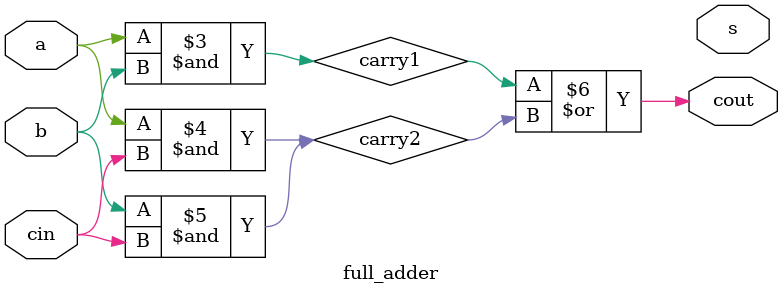
<source format=sv>
module top_module (
    input [3:0] x,
    input [3:0] y,
    output [4:0] sum
);

wire [3:0] carry;

full_adder fa0 (
    .a(x[0]),
    .b(y[0]),
    .cin(1'b0),
    .s(sum[0]),
    .cout(carry[0])
);

full_adder fa1 (
    .a(x[1]),
    .b(y[1]),
    .cin(carry[0]),
    .s(sum[1]),
    .cout(carry[1])
);

full_adder fa2 (
    .a(x[2]),
    .b(y[2]),
    .cin(carry[1]),
    .s(sum[2]),
    .cout(carry[2])
);

full_adder fa3 (
    .a(x[3]),
    .b(y[3]),
    .cin(carry[2]),
    .s(sum[3]),
    .cout(carry[3])
);

assign sum[4] = carry[3];

endmodule
module full_adder (
    input a,
    input b,
    input cin,
    output s,
    output cout
);

wire sum, carry1, carry2;

assign sum = a ^ b ^ cin;
assign carry1 = a & b;
assign carry2 = a & cin;
assign carry2 = b & cin;
assign cout = carry1 | carry2;

endmodule

</source>
